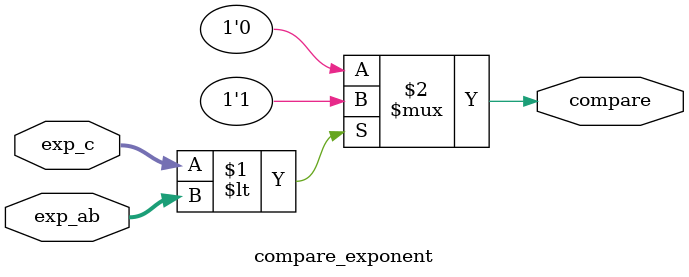
<source format=v>
`timescale 1ns / 1ps
module compare_exponent	#(parameter size_exponent	= 8)
									(	input [size_exponent : 0] exp_ab,
										input [size_exponent-1:0] exp_c,
										output compare);
	
	assign compare = (exp_c < exp_ab)? 1'b1 : 1'b0;

endmodule

</source>
